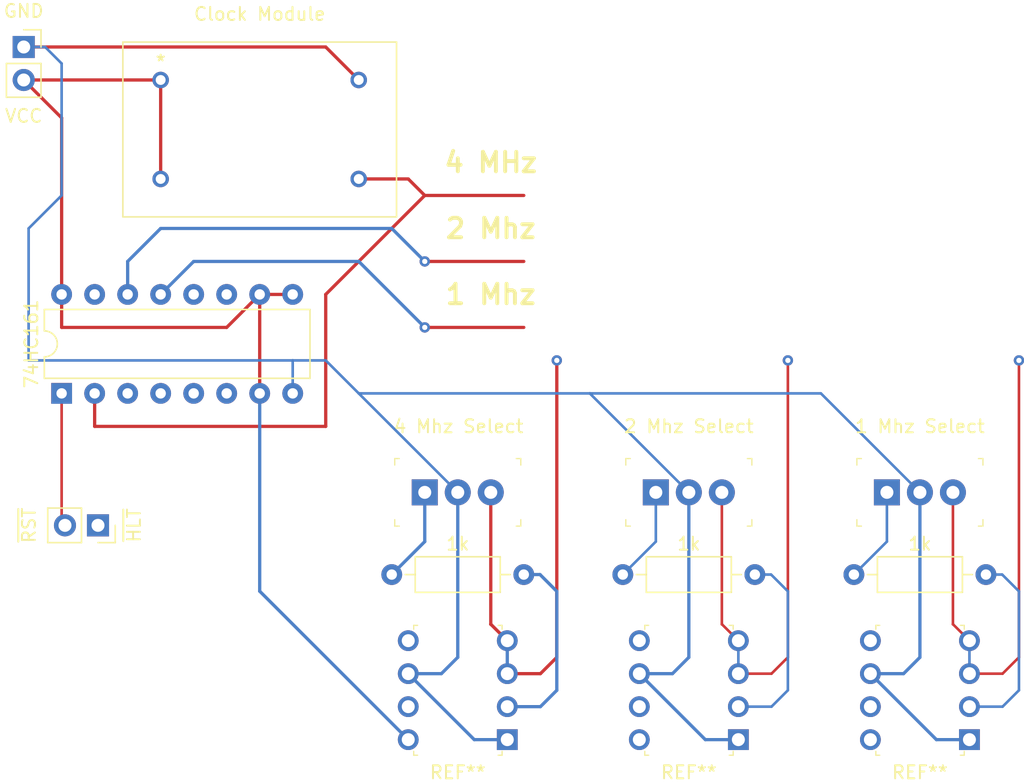
<source format=kicad_pcb>
(kicad_pcb (version 20211014) (generator pcbnew)
  (layers (0 "F.Cu" signal) (31 "B.Cu" signal) (34 "B.Paste" user) (35 "F.Paste" user) (36 "B.SilkS" user "B.Silkscreen") (37 "F.SilkS" user "F.Silkscreen") (38 "B.Mask" user) (39 "F.Mask" user) (44 "Edge.Cuts" user))
  (net 0 "")
  (net 1 "unconnected-(U2-Pad3)")
  (footprint "Resistor_THT:R_Axial_DIN0207_L6.3mm_D2.5mm_P10.16mm_Horizontal" (layer "F.Cu") (at 43.18 57.13)
    (fp_text reference "1k" (at 5.08 -2.37) (layer "F.SilkS"))
    (fp_text value "R_Axial_DIN0207_L6.3mm_D2.5mm_P10.16mm_Horizontal" hide)
    (fp_line (start 1.81 1.37) (end 8.35 1.37) (layer "F.SilkS") (width 0.12))
    (fp_line (start 1.04 0) (end 1.81 0) (layer "F.SilkS") (width 0.12))
    (fp_line (start 9.12 0) (end 8.35 0) (layer "F.SilkS") (width 0.12))
    (fp_line (start 8.35 -1.37) (end 1.81 -1.37) (layer "F.SilkS") (width 0.12))
    (fp_line (start 1.81 -1.37) (end 1.81 1.37) (layer "F.SilkS") (width 0.12))
    (fp_line (start 8.35 1.37) (end 8.35 -1.37) (layer "F.SilkS") (width 0.12))
    (pad "1" thru_hole circle (at 0 0) (size 1.6 1.6) (drill 0.8) (layers *.Cu *.Mask))
    (pad "2" thru_hole oval (at 10.16 0) (size 1.6 1.6) (drill 0.8) (layers *.Cu *.Mask))
  )
  (footprint "digikey-footprints:Switch_Toggle_ATE1D-2M3-10-Z" (layer "F.Cu") (at 66.04 50.8)
    (fp_text reference "2 Mhz Select" (at 0 -5.08) (layer "F.SilkS"))
    (fp_text value "Switch_Toggle_ATE1D-2M3-10-Z" hide)
    (fp_line (start -4.85 2.6) (end -4.5 2.6) (layer "F.SilkS") (width 0.1))
    (fp_line (start 4.85 -2.6) (end 4.5 -2.6) (layer "F.SilkS") (width 0.1))
    (fp_line (start -4.85 -2.6) (end -4.5 -2.6) (layer "F.SilkS") (width 0.1))
    (fp_line (start 4.85 2.6) (end 4.5 2.6) (layer "F.SilkS") (width 0.1))
    (fp_line (start -4.85 -2.6) (end -4.85 -2.1) (layer "F.SilkS") (width 0.1))
    (fp_line (start 4.85 2.6) (end 4.85 2.1) (layer "F.SilkS") (width 0.1))
    (fp_line (start 4.85 -2.6) (end 4.85 -2.1) (layer "F.SilkS") (width 0.1))
    (fp_line (start -4.85 2.6) (end -4.85 2.1) (layer "F.SilkS") (width 0.1))
    (pad "1" thru_hole rect locked (at -2.54 0) (size 2 2) (drill 1) (layers F&B.Cu *.Mask))
    (pad "2" thru_hole circle locked (at 0 0) (size 2 2) (drill 1) (layers F&B.Cu *.Mask))
    (pad "3" thru_hole circle locked (at 2.54 0) (size 2 2) (drill 1) (layers F&B.Cu *.Mask))
  )
  (footprint "Connector_PinSocket_2.54mm:PinSocket_1x02_P2.54mm_Vertical" (layer "F.Cu") (at 20.5775 53.34 -90)
    (fp_text reference "~{HLT}" (at 0 -2.77 90) (layer "F.SilkS"))
    (fp_text value "~{RST}" (at 0 5.31 90) (layer "F.SilkS"))
    (fp_line (start 0 -1.33) (end 1.33 -1.33) (layer "F.SilkS") (width 0.12))
    (fp_line (start -1.33 3.87) (end 1.33 3.87) (layer "F.SilkS") (width 0.12))
    (fp_line (start -1.33 1.27) (end -1.33 3.87) (layer "F.SilkS") (width 0.12))
    (fp_line (start -1.33 1.27) (end 1.33 1.27) (layer "F.SilkS") (width 0.12))
    (fp_line (start 1.33 1.27) (end 1.33 3.87) (layer "F.SilkS") (width 0.12))
    (fp_line (start 1.33 -1.33) (end 1.33 0) (layer "F.SilkS") (width 0.12))
    (pad "1" thru_hole rect (at 0 0 270) (size 1.7 1.7) (drill 1) (layers F&B.Cu *.Mask))
    (pad "2" thru_hole oval (at 0 2.54 270) (size 1.7 1.7) (drill 1) (layers F&B.Cu *.Mask))
  )
  (footprint "digikey-footprints:DIP-8_W7.62mm" (layer "F.Cu") (at 52.07 69.84 180)
    (fp_text reference "REF**" (at 3.81 -2.52) (layer "F.SilkS"))
    (fp_text value "DIP-8_W7.62mm" hide)
    (fp_line (start 0.4 8.8) (end 0.7 8.8) (layer "F.SilkS") (width 0.1))
    (fp_line (start 0.4 8.5) (end 0.4 8.8) (layer "F.SilkS") (width 0.1))
    (fp_line (start 7.2 8.8) (end 6.9 8.8) (layer "F.SilkS") (width 0.1))
    (fp_line (start 7.2 8.5) (end 7.2 8.8) (layer "F.SilkS") (width 0.1))
    (fp_line (start 0.4 -1.2) (end 0.7 -1.2) (layer "F.SilkS") (width 0.1))
    (fp_line (start 7.2 -1.2) (end 6.9 -1.2) (layer "F.SilkS") (width 0.1))
    (fp_line (start 0.4 -0.9) (end 0.4 -1.2) (layer "F.SilkS") (width 0.1))
    (fp_line (start 7.2 -0.9) (end 7.2 -1.2) (layer "F.SilkS") (width 0.1))
    (pad "1" thru_hole rect locked (at 0 0 180) (size 1.6 1.6) (drill 1) (layers *.Cu *.Mask))
    (pad "2" thru_hole circle locked (at 0 2.54 180) (size 1.6 1.6) (drill 1) (layers *.Cu *.Mask))
    (pad "3" thru_hole circle locked (at 0 5.08 180) (size 1.6 1.6) (drill 1) (layers *.Cu *.Mask))
    (pad "4" thru_hole circle locked (at 0 7.62 180) (size 1.6 1.6) (drill 1) (layers *.Cu *.Mask))
    (pad "5" thru_hole circle locked (at 7.62 7.62 180) (size 1.6 1.6) (drill 1) (layers *.Cu *.Mask))
    (pad "6" thru_hole circle locked (at 7.62 5.08 180) (size 1.6 1.6) (drill 1) (layers *.Cu *.Mask))
    (pad "7" thru_hole circle locked (at 7.62 2.54 180) (size 1.6 1.6) (drill 1) (layers *.Cu *.Mask))
    (pad "8" thru_hole circle locked (at 7.62 0 180) (size 1.6 1.6) (drill 1) (layers *.Cu *.Mask))
  )
  (footprint "Package_DIP:DIP-16_W7.62mm" (layer "F.Cu") (at 17.78 43.18 90)
    (fp_text reference "74HC161" (at 3.81 -2.33 90) (layer "F.SilkS"))
    (fp_text value "DIP-16_W7.62mm" hide)
    (fp_line (start 6.46 19.11) (end 6.46 -1.33) (layer "F.SilkS") (width 0.12))
    (fp_line (start 2.81 -1.33) (end 1.16 -1.33) (layer "F.SilkS") (width 0.12))
    (fp_line (start 6.46 -1.33) (end 4.81 -1.33) (layer "F.SilkS") (width 0.12))
    (fp_line (start 1.16 19.11) (end 6.46 19.11) (layer "F.SilkS") (width 0.12))
    (fp_line (start 1.16 -1.33) (end 1.16 19.11) (layer "F.SilkS") (width 0.12))
    (fp_arc (start 4.81 -1.33) (mid 3.81 -0.33) (end 2.81 -1.33) (layer "F.SilkS") (width 0.12))
    (pad "2" thru_hole oval (at 0 2.54 90) (size 1.6 1.6) (drill 0.8) (layers *.Cu *.Mask))
    (pad "3" thru_hole oval (at 0 5.08 90) (size 1.6 1.6) (drill 0.8) (layers *.Cu *.Mask))
    (pad "4" thru_hole oval (at 0 7.62 90) (size 1.6 1.6) (drill 0.8) (layers *.Cu *.Mask))
    (pad "5" thru_hole oval (at 0 10.16 90) (size 1.6 1.6) (drill 0.8) (layers *.Cu *.Mask))
    (pad "6" thru_hole oval (at 0 12.7 90) (size 1.6 1.6) (drill 0.8) (layers *.Cu *.Mask))
    (pad "8" thru_hole oval (at 0 17.78 90) (size 1.6 1.6) (drill 0.8) (layers *.Cu *.Mask))
    (pad "11" thru_hole oval (at 7.62 12.7 90) (size 1.6 1.6) (drill 0.8) (layers *.Cu *.Mask))
    (pad "12" thru_hole oval (at 7.62 10.16 90) (size 1.6 1.6) (drill 0.8) (layers *.Cu *.Mask))
    (pad "13" thru_hole oval (at 7.62 7.62 90) (size 1.6 1.6) (drill 0.8) (layers *.Cu *.Mask))
    (pad "14" thru_hole oval (at 7.62 5.08 90) (size 1.6 1.6) (drill 0.8) (layers *.Cu *.Mask))
    (pad "15" thru_hole oval (at 7.62 2.54 90) (size 1.6 1.6) (drill 0.8) (layers *.Cu *.Mask))
    (pad "CEP" thru_hole oval (at 0 15.24 90) (size 1.6 1.6) (drill 0.8) (layers *.Cu *.Mask))
    (pad "CET" thru_hole oval (at 7.62 15.24 90) (size 1.6 1.6) (drill 0.8) (layers *.Cu *.Mask))
    (pad "LOAD" thru_hole oval (at 7.62 17.78 90) (size 1.6 1.6) (drill 0.8) (layers *.Cu *.Mask))
    (pad "Reset" thru_hole rect (at 0 0 90) (size 1.6 1.6) (drill 0.8) (layers *.Cu *.Mask))
    (pad "VCC" thru_hole oval (at 7.62 0 90) (size 1.6 1.6) (drill 0.8) (layers *.Cu *.Mask))
  )
  (footprint "Resistor_THT:R_Axial_DIN0207_L6.3mm_D2.5mm_P10.16mm_Horizontal" (layer "F.Cu") (at 60.96 57.13)
    (fp_text reference "1k" (at 5.08 -2.37) (layer "F.SilkS"))
    (fp_text value "R_Axial_DIN0207_L6.3mm_D2.5mm_P10.16mm_Horizontal" hide)
    (fp_line (start 1.81 1.37) (end 8.35 1.37) (layer "F.SilkS") (width 0.12))
    (fp_line (start 1.04 0) (end 1.81 0) (layer "F.SilkS") (width 0.12))
    (fp_line (start 9.12 0) (end 8.35 0) (layer "F.SilkS") (width 0.12))
    (fp_line (start 8.35 -1.37) (end 1.81 -1.37) (layer "F.SilkS") (width 0.12))
    (fp_line (start 1.81 -1.37) (end 1.81 1.37) (layer "F.SilkS") (width 0.12))
    (fp_line (start 8.35 1.37) (end 8.35 -1.37) (layer "F.SilkS") (width 0.12))
    (pad "1" thru_hole circle (at 0 0) (size 1.6 1.6) (drill 0.8) (layers F&B.Cu *.Mask))
    (pad "2" thru_hole oval (at 10.16 0) (size 1.6 1.6) (drill 0.8) (layers F&B.Cu *.Mask))
  )
  (footprint "digikey-footprints:DIP-8_W7.62mm" (layer "F.Cu") (at 87.63 69.84 180)
    (fp_text reference "REF**" (at 3.81 -2.52) (layer "F.SilkS"))
    (fp_text value "DIP-8_W7.62mm" hide)
    (fp_line (start 0.4 8.8) (end 0.7 8.8) (layer "F.SilkS") (width 0.1))
    (fp_line (start 0.4 8.5) (end 0.4 8.8) (layer "F.SilkS") (width 0.1))
    (fp_line (start 7.2 8.8) (end 6.9 8.8) (layer "F.SilkS") (width 0.1))
    (fp_line (start 7.2 8.5) (end 7.2 8.8) (layer "F.SilkS") (width 0.1))
    (fp_line (start 0.4 -1.2) (end 0.7 -1.2) (layer "F.SilkS") (width 0.1))
    (fp_line (start 7.2 -1.2) (end 6.9 -1.2) (layer "F.SilkS") (width 0.1))
    (fp_line (start 0.4 -0.9) (end 0.4 -1.2) (layer "F.SilkS") (width 0.1))
    (fp_line (start 7.2 -0.9) (end 7.2 -1.2) (layer "F.SilkS") (width 0.1))
    (pad "1" thru_hole rect locked (at 0 0 180) (size 1.6 1.6) (drill 1) (layers F&B.Cu *.Mask))
    (pad "2" thru_hole circle locked (at 0 2.54 180) (size 1.6 1.6) (drill 1) (layers F&B.Cu *.Mask))
    (pad "3" thru_hole circle locked (at 0 5.08 180) (size 1.6 1.6) (drill 1) (layers F&B.Cu *.Mask))
    (pad "4" thru_hole circle locked (at 0 7.62 180) (size 1.6 1.6) (drill 1) (layers F&B.Cu *.Mask))
    (pad "5" thru_hole circle locked (at 7.62 7.62 180) (size 1.6 1.6) (drill 1) (layers F&B.Cu *.Mask))
    (pad "6" thru_hole circle locked (at 7.62 5.08 180) (size 1.6 1.6) (drill 1) (layers F&B.Cu *.Mask))
    (pad "7" thru_hole circle locked (at 7.62 2.54 180) (size 1.6 1.6) (drill 1) (layers F&B.Cu *.Mask))
    (pad "8" thru_hole circle locked (at 7.62 0 180) (size 1.6 1.6) (drill 1) (layers F&B.Cu *.Mask))
  )
  (footprint "footprints:MXO45-3C-1M000000" (layer "F.Cu") (at 25.4 19.05)
    (fp_text reference "Crystal" hide)
    (fp_text value "Clock Module" (at 7.62 -5.08) (layer "F.SilkS"))
    (fp_text user "*" (at 0 -1.397) (layer "F.SilkS"))
    (fp_text user "*" (at 0 -1.397) (layer "F.SilkS"))
    (fp_line (start -2.9083 10.541) (end 18.1483 10.541) (layer "F.SilkS") (width 0.12))
    (fp_line (start -2.9083 -2.921) (end -2.9083 10.541) (layer "F.SilkS") (width 0.12))
    (fp_line (start 18.1483 -2.921) (end -2.9083 -2.921) (layer "F.SilkS") (width 0.12))
    (fp_line (start 18.1483 10.541) (end 18.1483 -2.921) (layer "F.SilkS") (width 0.12))
    (pad "1" thru_hole circle locked (at 0 0) (size 1.27 1.27) (drill 0.762) (layers *.Cu *.Mask))
    (pad "2" thru_hole circle locked (at 0 7.62) (size 1.27 1.27) (drill 0.762) (layers *.Cu *.Mask))
    (pad "3" thru_hole circle locked (at 15.24 7.62) (size 1.27 1.27) (drill 0.762) (layers *.Cu *.Mask))
    (pad "4" thru_hole circle locked (at 15.24 0) (size 1.27 1.27) (drill 0.762) (layers *.Cu *.Mask))
  )
  (footprint "digikey-footprints:Switch_Toggle_ATE1D-2M3-10-Z" (layer "F.Cu") (at 83.82 50.8)
    (fp_text reference "1 Mhz Select" (at 0 -5.08) (layer "F.SilkS"))
    (fp_text value "Switch_Toggle_ATE1D-2M3-10-Z" hide)
    (fp_line (start -4.85 2.6) (end -4.5 2.6) (layer "F.SilkS") (width 0.1))
    (fp_line (start 4.85 -2.6) (end 4.5 -2.6) (layer "F.SilkS") (width 0.1))
    (fp_line (start -4.85 -2.6) (end -4.5 -2.6) (layer "F.SilkS") (width 0.1))
    (fp_line (start 4.85 2.6) (end 4.5 2.6) (layer "F.SilkS") (width 0.1))
    (fp_line (start -4.85 -2.6) (end -4.85 -2.1) (layer "F.SilkS") (width 0.1))
    (fp_line (start 4.85 2.6) (end 4.85 2.1) (layer "F.SilkS") (width 0.1))
    (fp_line (start 4.85 -2.6) (end 4.85 -2.1) (layer "F.SilkS") (width 0.1))
    (fp_line (start -4.85 2.6) (end -4.85 2.1) (layer "F.SilkS") (width 0.1))
    (pad "1" thru_hole rect locked (at -2.54 0) (size 2 2) (drill 1) (layers F&B.Cu *.Mask))
    (pad "2" thru_hole circle locked (at 0 0) (size 2 2) (drill 1) (layers F&B.Cu *.Mask))
    (pad "3" thru_hole circle locked (at 2.54 0) (size 2 2) (drill 1) (layers F&B.Cu *.Mask))
  )
  (footprint "digikey-footprints:Switch_Toggle_ATE1D-2M3-10-Z" (layer "F.Cu") (at 48.26 50.8)
    (fp_text reference "4 Mhz Select" (at 0.06 -5.08) (layer "F.SilkS"))
    (fp_text value "Switch_Toggle_ATE1D-2M3-10-Z" hide)
    (fp_line (start -4.85 2.6) (end -4.5 2.6) (layer "F.SilkS") (width 0.1))
    (fp_line (start 4.85 -2.6) (end 4.5 -2.6) (layer "F.SilkS") (width 0.1))
    (fp_line (start -4.85 -2.6) (end -4.5 -2.6) (layer "F.SilkS") (width 0.1))
    (fp_line (start 4.85 2.6) (end 4.5 2.6) (layer "F.SilkS") (width 0.1))
    (fp_line (start -4.85 -2.6) (end -4.85 -2.1) (layer "F.SilkS") (width 0.1))
    (fp_line (start 4.85 2.6) (end 4.85 2.1) (layer "F.SilkS") (width 0.1))
    (fp_line (start 4.85 -2.6) (end 4.85 -2.1) (layer "F.SilkS") (width 0.1))
    (fp_line (start -4.85 2.6) (end -4.85 2.1) (layer "F.SilkS") (width 0.1))
    (pad "1" thru_hole rect locked (at -2.54 0) (size 2 2) (drill 1) (layers *.Cu *.Mask))
    (pad "2" thru_hole circle locked (at 0 0) (size 2 2) (drill 1) (layers *.Cu *.Mask))
    (pad "3" thru_hole circle locked (at 2.54 0) (size 2 2) (drill 1) (layers *.Cu *.Mask))
  )
  (footprint "Connector_PinSocket_2.54mm:PinSocket_1x02_P2.54mm_Vertical" (layer "F.Cu") (at 14.8625 16.51)
    (fp_text reference "GND" (at 0 -2.77) (layer "F.SilkS"))
    (fp_text value "VCC" (at 0 5.31) (layer "F.SilkS"))
    (fp_line (start 0 -1.33) (end 1.33 -1.33) (layer "F.SilkS") (width 0.12))
    (fp_line (start -1.33 3.87) (end 1.33 3.87) (layer "F.SilkS") (width 0.12))
    (fp_line (start -1.33 1.27) (end -1.33 3.87) (layer "F.SilkS") (width 0.12))
    (fp_line (start -1.33 1.27) (end 1.33 1.27) (layer "F.SilkS") (width 0.12))
    (fp_line (start 1.33 1.27) (end 1.33 3.87) (layer "F.SilkS") (width 0.12))
    (fp_line (start 1.33 -1.33) (end 1.33 0) (layer "F.SilkS") (width 0.12))
    (pad "1" thru_hole rect (at 0 0) (size 1.7 1.7) (drill 1) (layers *.Cu *.Mask))
    (pad "2" thru_hole oval (at 0 2.54) (size 1.7 1.7) (drill 1) (layers *.Cu *.Mask))
  )
  (footprint "digikey-footprints:DIP-8_W7.62mm" (layer "F.Cu") (at 69.85 69.84 180)
    (fp_text reference "REF**" (at 3.81 -2.52) (layer "F.SilkS"))
    (fp_text value "DIP-8_W7.62mm" hide)
    (fp_line (start 0.4 8.8) (end 0.7 8.8) (layer "F.SilkS") (width 0.1))
    (fp_line (start 0.4 8.5) (end 0.4 8.8) (layer "F.SilkS") (width 0.1))
    (fp_line (start 7.2 8.8) (end 6.9 8.8) (layer "F.SilkS") (width 0.1))
    (fp_line (start 7.2 8.5) (end 7.2 8.8) (layer "F.SilkS") (width 0.1))
    (fp_line (start 0.4 -1.2) (end 0.7 -1.2) (layer "F.SilkS") (width 0.1))
    (fp_line (start 7.2 -1.2) (end 6.9 -1.2) (layer "F.SilkS") (width 0.1))
    (fp_line (start 0.4 -0.9) (end 0.4 -1.2) (layer "F.SilkS") (width 0.1))
    (fp_line (start 7.2 -0.9) (end 7.2 -1.2) (layer "F.SilkS") (width 0.1))
    (pad "1" thru_hole rect locked (at 0 0 180) (size 1.6 1.6) (drill 1) (layers F&B.Cu *.Mask))
    (pad "2" thru_hole circle locked (at 0 2.54 180) (size 1.6 1.6) (drill 1) (layers F&B.Cu *.Mask))
    (pad "3" thru_hole circle locked (at 0 5.08 180) (size 1.6 1.6) (drill 1) (layers F&B.Cu *.Mask))
    (pad "4" thru_hole circle locked (at 0 7.62 180) (size 1.6 1.6) (drill 1) (layers F&B.Cu *.Mask))
    (pad "5" thru_hole circle locked (at 7.62 7.62 180) (size 1.6 1.6) (drill 1) (layers F&B.Cu *.Mask))
    (pad "6" thru_hole circle locked (at 7.62 5.08 180) (size 1.6 1.6) (drill 1) (layers F&B.Cu *.Mask))
    (pad "7" thru_hole circle locked (at 7.62 2.54 180) (size 1.6 1.6) (drill 1) (layers F&B.Cu *.Mask))
    (pad "8" thru_hole circle locked (at 7.62 0 180) (size 1.6 1.6) (drill 1) (layers F&B.Cu *.Mask))
  )
  (footprint "Resistor_THT:R_Axial_DIN0207_L6.3mm_D2.5mm_P10.16mm_Horizontal" (layer "F.Cu") (at 78.74 57.13)
    (fp_text reference "1k" (at 5.08 -2.37) (layer "F.SilkS"))
    (fp_text value "R_Axial_DIN0207_L6.3mm_D2.5mm_P10.16mm_Horizontal" hide)
    (fp_line (start 1.81 1.37) (end 8.35 1.37) (layer "F.SilkS") (width 0.12))
    (fp_line (start 1.04 0) (end 1.81 0) (layer "F.SilkS") (width 0.12))
    (fp_line (start 9.12 0) (end 8.35 0) (layer "F.SilkS") (width 0.12))
    (fp_line (start 8.35 -1.37) (end 1.81 -1.37) (layer "F.SilkS") (width 0.12))
    (fp_line (start 1.81 -1.37) (end 1.81 1.37) (layer "F.SilkS") (width 0.12))
    (fp_line (start 8.35 1.37) (end 8.35 -1.37) (layer "F.SilkS") (width 0.12))
    (pad "1" thru_hole circle (at 0 0) (size 1.6 1.6) (drill 0.8) (layers F&B.Cu *.Mask))
    (pad "2" thru_hole oval (at 10.16 0) (size 1.6 1.6) (drill 0.8) (layers F&B.Cu *.Mask))
  )
  (gr_text "4 MHz" (at 50.8 25.4) (layer "F.SilkS") (effects (font (size 1.5 1.5) (thickness 0.3))))
  (gr_text "1 Mhz" (at 50.8 35.56) (layer "F.SilkS") (effects (font (size 1.5 1.5) (thickness 0.3))))
  (gr_text "2 Mhz" (at 50.8 30.48) (layer "F.SilkS") (effects (font (size 1.5 1.5) (thickness 0.3))))
  (segment (start 86.36 60.96) (end 86.36 50.8) (width 0.2) (layer "F.Cu") (net 0))
  (segment (start 90.18 64.76) (end 91.44 63.5) (width 0.2) (layer "F.Cu") (net 0))
  (segment (start 33.02 35.56) (end 30.48 38.1) (width 0.25) (layer "F.Cu") (net 0))
  (segment (start 25.4 19.05) (end 25.4 26.67) (width 0.25) (layer "F.Cu") (net 0))
  (segment (start 68.58 60.96) (end 68.58 50.8) (width 0.2) (layer "F.Cu") (net 0))
  (segment (start 45.72 38.1) (end 53.34 38.1) (width 0.25) (layer "F.Cu") (net 0))
  (segment (start 50.81 60.96) (end 50.8 60.96) (width 0.25) (layer "F.Cu") (net 0))
  (segment (start 45.72 27.94) (end 38.1 35.56) (width 0.25) (layer "F.Cu") (net 0))
  (segment (start 55.88 63.5) (end 55.88 40.64) (width 0.25) (layer "F.Cu") (net 0))
  (segment (start 91.44 63.5) (end 91.44 40.64) (width 0.2) (layer "F.Cu") (net 0))
  (segment (start 45.72 27.94) (end 53.34 27.94) (width 0.25) (layer "F.Cu") (net 0))
  (segment (start 25.4 19.05) (end 14.8625 19.05) (width 0.25) (layer "F.Cu") (net 0))
  (segment (start 17.78 53.0825) (end 18.0375 53.34) (width 0.2) (layer "F.Cu") (net 0))
  (segment (start 69.85 62.22) (end 68.59 60.96) (width 0.2) (layer "F.Cu") (net 0))
  (segment (start 20.32 45.72) (end 38.1 45.72) (width 0.25) (layer "F.Cu") (net 0))
  (segment (start 40.64 26.67) (end 44.45 26.67) (width 0.25) (layer "F.Cu") (net 0))
  (segment (start 69.85 64.76) (end 72.4 64.76) (width 0.2) (layer "F.Cu") (net 0))
  (segment (start 30.48 38.1) (end 17.78 38.1) (width 0.25) (layer "F.Cu") (net 0))
  (segment (start 52.07 62.22) (end 50.81 60.96) (width 0.25) (layer "F.Cu") (net 0))
  (segment (start 17.78 43.18) (end 17.78 53.0825) (width 0.2) (layer "F.Cu") (net 0))
  (segment (start 87.63 62.22) (end 86.37 60.96) (width 0.2) (layer "F.Cu") (net 0))
  (segment (start 73.66 63.5) (end 73.66 40.64) (width 0.2) (layer "F.Cu") (net 0))
  (segment (start 20.32 43.18) (end 20.32 45.72) (width 0.25) (layer "F.Cu") (net 0))
  (segment (start 17.78 38.1) (end 17.78 35.56) (width 0.25) (layer "F.Cu") (net 0))
  (segment (start 45.72 33.02) (end 53.34 33.02) (width 0.25) (layer "F.Cu") (net 0))
  (segment (start 17.78 21.9675) (end 14.8625 19.05) (width 0.25) (layer "F.Cu") (net 0))
  (segment (start 86.37 60.96) (end 86.36 60.96) (width 0.2) (layer "F.Cu") (net 0))
  (segment (start 72.4 64.76) (end 73.66 63.5) (width 0.2) (layer "F.Cu") (net 0))
  (segment (start 87.63 64.76) (end 90.18 64.76) (width 0.2) (layer "F.Cu") (net 0))
  (segment (start 44.45 26.67) (end 45.72 27.94) (width 0.25) (layer "F.Cu") (net 0))
  (segment (start 54.62 64.76) (end 55.88 63.5) (width 0.25) (layer "F.Cu") (net 0))
  (segment (start 33.02 35.56) (end 33.02 43.18) (width 0.25) (layer "F.Cu") (net 0))
  (segment (start 35.56 35.56) (end 33.02 35.56) (width 0.25) (layer "F.Cu") (net 0))
  (segment (start 17.78 35.56) (end 17.78 21.9675) (width 0.25) (layer "F.Cu") (net 0))
  (segment (start 38.1 35.56) (end 38.1 45.72) (width 0.25) (layer "F.Cu") (net 0))
  (segment (start 68.59 60.96) (end 68.58 60.96) (width 0.2) (layer "F.Cu") (net 0))
  (segment (start 50.8 60.96) (end 50.8 50.8) (width 0.25) (layer "F.Cu") (net 0))
  (segment (start 52.07 64.76) (end 54.62 64.76) (width 0.25) (layer "F.Cu") (net 0))
  (via (at 45.72 33.02) (size 0.8) (drill 0.4) (layers "F.Cu" "B.Cu") (net 0))
  (via (at 91.44 40.64) (size 0.8) (drill 0.4) (layers "F.Cu" "B.Cu") (net 0))
  (via (at 73.66 40.64) (size 0.8) (drill 0.4) (layers "F.Cu" "B.Cu") (net 0))
  (via (at 55.88 40.64) (size 0.8) (drill 0.4) (layers "F.Cu" "B.Cu") (net 0))
  (via (at 45.72 38.1) (size 0.8) (drill 0.4) (layers "F.Cu" "B.Cu") (net 0))
  (segment (start 49.53 69.84) (end 44.45 64.76) (width 0.25) (layer "B.Cu") (net 0))
  (segment (start 90.15 57.13) (end 91.44 58.42) (width 0.2) (layer "B.Cu") (net 0))
  (segment (start 83.82 63.5) (end 83.82 50.8) (width 0.25) (layer "B.Cu") (net 0))
  (segment (start 54.62 67.3) (end 52.07 67.3) (width 0.25) (layer "B.Cu") (net 0))
  (segment (start 72.37 57.13) (end 73.66 58.42) (width 0.2) (layer "B.Cu") (net 0))
  (segment (start 33.02 58.41) (end 44.45 69.84) (width 0.25) (layer "B.Cu") (net 0))
  (segment (start 17.78 17.78) (end 17.78 27.94) (width 0.2) (layer "B.Cu") (net 0))
  (segment (start 67.31 69.84) (end 62.23 64.76) (width 0.25) (layer "B.Cu") (net 0))
  (segment (start 22.86 35.56) (end 22.86 33.02) (width 0.25) (layer "B.Cu") (net 0))
  (segment (start 55.88 66.04) (end 54.62 67.3) (width 0.25) (layer "B.Cu") (net 0))
  (segment (start 15.24 40.64) (end 35.56 40.64) (width 0.2) (layer "B.Cu") (net 0))
  (segment (start 58.42 43.18) (end 66.04 50.8) (width 0.2) (layer "B.Cu") (net 0))
  (segment (start 25.4 35.56) (end 27.94 33.02) (width 0.25) (layer "B.Cu") (net 0))
  (segment (start 66.04 63.5) (end 66.04 50.8) (width 0.25) (layer "B.Cu") (net 0))
  (segment (start 73.66 66.04) (end 72.4 67.3) (width 0.2) (layer "B.Cu") (net 0))
  (segment (start 48.26 63.5) (end 48.26 50.8) (width 0.25) (layer "B.Cu") (net 0))
  (segment (start 72.4 67.3) (end 69.85 67.3) (width 0.2) (layer "B.Cu") (net 0))
  (segment (start 69.85 62.22) (end 69.85 64.76) (width 0.2) (layer "B.Cu") (net 0))
  (segment (start 76.2 43.18) (end 83.82 50.8) (width 0.2) (layer "B.Cu") (net 0))
  (segment (start 33.02 43.18) (end 33.02 58.41) (width 0.25) (layer "B.Cu") (net 0))
  (segment (start 85.09 69.84) (end 80.01 64.76) (width 0.25) (layer "B.Cu") (net 0))
  (segment (start 81.28 50.8) (end 81.28 54.59) (width 0.2) (layer "B.Cu") (net 0))
  (segment (start 43.18 30.48) (end 45.72 33.02) (width 0.25) (layer "B.Cu") (net 0))
  (segment (start 80.01 64.76) (end 82.56 64.76) (width 0.25) (layer "B.Cu") (net 0))
  (segment (start 45.72 54.59) (end 43.18 57.13) (width 0.25) (layer "B.Cu") (net 0))
  (segment (start 55.88 58.42) (end 55.88 66.04) (width 0.25) (layer "B.Cu") (net 0))
  (segment (start 81.28 54.59) (end 78.74 57.13) (width 0.2) (layer "B.Cu") (net 0))
  (segment (start 35.56 40.64) (end 35.56 43.18) (width 0.2) (layer "B.Cu") (net 0))
  (segment (start 53.34 57.13) (end 54.59 57.13) (width 0.25) (layer "B.Cu") (net 0))
  (segment (start 52.07 62.22) (end 52.07 64.76) (width 0.25) (layer "B.Cu") (net 0))
  (segment (start 25.4 30.48) (end 43.18 30.48) (width 0.25) (layer "B.Cu") (net 0))
  (segment (start 64.78 64.76) (end 66.04 63.5) (width 0.25) (layer "B.Cu") (net 0))
  (segment (start 44.45 64.76) (end 47 64.76) (width 0.25) (layer "B.Cu") (net 0))
  (segment (start 88.9 57.13) (end 90.15 57.13) (width 0.2) (layer "B.Cu") (net 0))
  (segment (start 38.1 40.64) (end 40.64 43.18) (width 0.2) (layer "B.Cu") (net 0))
  (segment (start 63.5 54.59) (end 60.96 57.13) (width 0.2) (layer "B.Cu") (net 0))
  (segment (start 90.18 67.3) (end 87.63 67.3) (width 0.2) (layer "B.Cu") (net 0))
  (segment (start 17.78 27.94) (end 15.24 30.48) (width 0.2) (layer "B.Cu") (net 0))
  (segment (start 35.56 40.64) (end 38.1 40.64) (width 0.2) (layer "B.Cu") (net 0))
  (segment (start 69.85 69.84) (end 67.31 69.84) (width 0.25) (layer "B.Cu") (net 0))
  (segment (start 54.59 57.13) (end 55.88 58.42) (width 0.25) (layer "B.Cu") (net 0))
  (segment (start 62.23 64.76) (end 64.78 64.76) (width 0.25) (layer "B.Cu") (net 0))
  (segment (start 45.72 50.8) (end 45.72 54.59) (width 0.25) (layer "B.Cu") (net 0))
  (segment (start 52.07 69.84) (end 49.53 69.84) (width 0.25) (layer "B.Cu") (net 0))
  (segment (start 87.63 62.22) (end 87.63 64.76) (width 0.2) (layer "B.Cu") (net 0))
  (segment (start 47 64.76) (end 48.26 63.5) (width 0.25) (layer "B.Cu") (net 0))
  (segment (start 40.64 43.18) (end 48.26 50.8) (width 0.2) (layer "B.Cu") (net 0))
  (segment (start 40.64 43.18) (end 58.42 43.18) (width 0.2) (layer "B.Cu") (net 0))
  (segment (start 27.94 33.02) (end 40.64 33.02) (width 0.25) (layer "B.Cu") (net 0))
  (segment (start 87.63 69.84) (end 85.09 69.84) (width 0.25) (layer "B.Cu") (net 0))
  (segment (start 14.8625 16.51) (end 16.51 16.51) (width 0.2) (layer "B.Cu") (net 0))
  (segment (start 15.24 30.48) (end 15.24 40.64) (width 0.2) (layer "B.Cu") (net 0))
  (segment (start 63.5 50.8) (end 63.5 54.59) (width 0.2) (layer "B.Cu") (net 0))
  (segment (start 91.44 66.04) (end 90.18 67.3) (width 0.2) (layer "B.Cu") (net 0))
  (segment (start 91.44 58.42) (end 91.44 66.04) (width 0.2) (layer "B.Cu") (net 0))
  (segment (start 16.51 16.51) (end 17.78 17.78) (width 0.2) (layer "B.Cu") (net 0))
  (segment (start 73.66 58.42) (end 73.66 66.04) (width 0.2) (layer "B.Cu") (net 0))
  (segment (start 71.12 57.13) (end 72.37 57.13) (width 0.2) (layer "B.Cu") (net 0))
  (segment (start 82.56 64.76) (end 83.82 63.5) (width 0.25) (layer "B.Cu") (net 0))
  (segment (start 58.42 43.18) (end 76.2 43.18) (width 0.2) (layer "B.Cu") (net 0))
  (segment (start 40.64 33.02) (end 45.72 38.1) (width 0.25) (layer "B.Cu") (net 0))
  (segment (start 22.86 33.02) (end 25.4 30.48) (width 0.25) (layer "B.Cu") (net 0))
  (segment (start 38.1 16.51) (end 40.64 19.05) (width 0.25) (layer "F.Cu") (net 1))
  (segment (start 14.8625 16.51) (end 38.1 16.51) (width 0.25) (layer "F.Cu") (net 1))
)
</source>
